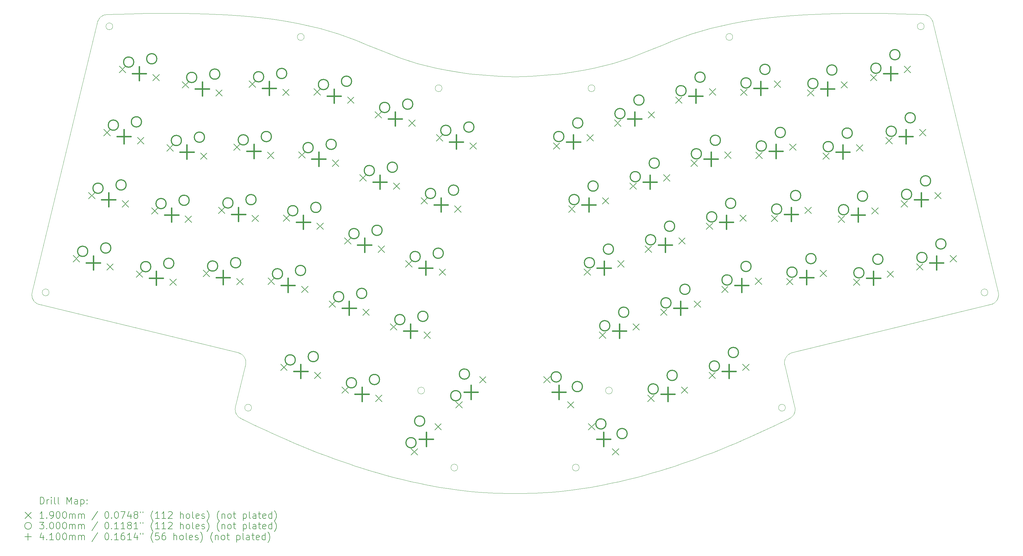
<source format=gbr>
%FSLAX45Y45*%
G04 Gerber Fmt 4.5, Leading zero omitted, Abs format (unit mm)*
G04 Created by KiCad (PCBNEW (6.0.0-0)) date 2022-01-06 19:14:08*
%MOMM*%
%LPD*%
G01*
G04 APERTURE LIST*
%TA.AperFunction,Profile*%
%ADD10C,0.100000*%
%TD*%
%ADD11C,0.200000*%
%ADD12C,0.190000*%
%ADD13C,0.300000*%
%ADD14C,0.410000*%
G04 APERTURE END LIST*
D10*
X26303802Y-13497852D02*
X26288802Y-13523852D01*
X17011802Y-5195852D02*
X17436802Y-5236852D01*
X17436802Y-5236852D02*
X17873802Y-5267852D01*
X14497802Y-4550852D02*
X14971802Y-4730852D01*
X13252802Y-16570852D02*
X13048802Y-16499852D01*
X11212802Y-15750852D02*
X11029802Y-15665852D01*
X26562802Y-15032852D02*
X26561802Y-15072852D01*
X10126802Y-15124852D02*
X10120802Y-15098852D01*
X11835802Y-16024852D02*
X11614802Y-15928852D01*
X11592802Y-3651852D02*
X11956802Y-3715852D01*
X25236802Y-15853852D02*
X25062802Y-15928852D01*
X22179802Y-4550852D02*
X22677802Y-4348852D01*
X10249802Y-13395852D02*
X10209802Y-13380852D01*
X18338802Y-17506252D02*
X18220802Y-17506852D01*
X4408802Y-11975852D02*
X4371802Y-11965852D01*
X6339802Y-3454852D02*
X7021802Y-3435852D01*
X7518802Y-3424852D02*
X7964802Y-3422852D01*
X23532802Y-4024852D02*
X24078802Y-3862852D01*
X12540802Y-16311852D02*
X12312802Y-16220852D01*
X4334802Y-11954852D02*
X4295802Y-11935852D01*
X22141802Y-16972852D02*
X21892802Y-17041852D01*
X6156802Y-3534852D02*
X6180802Y-3513852D01*
X26446802Y-15274852D02*
X26421802Y-15292852D01*
X32381802Y-11935852D02*
X32342802Y-11954852D01*
X16600802Y-17397852D02*
X16371802Y-17366852D01*
X17762802Y-17502852D02*
X17296802Y-17471852D01*
X21196802Y-14490852D02*
G75*
G03*
X21196802Y-14490852I-100000J0D01*
G01*
X10168802Y-15209852D02*
X10153802Y-15186852D01*
X10388802Y-13523852D02*
X10373802Y-13497852D01*
X11213802Y-3594852D02*
X11592802Y-3651852D01*
X12068802Y-16123852D02*
X11835802Y-16024852D01*
X10114802Y-15032852D02*
X10116802Y-15003852D01*
X32226802Y-11611852D02*
G75*
G03*
X32226802Y-11611852I-100000J0D01*
G01*
X6072802Y-3668852D02*
X6080802Y-3648852D01*
X6521802Y-3804852D02*
G75*
G03*
X6521802Y-3804852I-100000J0D01*
G01*
X12312802Y-16220852D02*
X12068802Y-16123852D01*
X26265802Y-13571852D02*
X26256802Y-13604852D01*
X26508802Y-15209852D02*
X26489802Y-15233852D01*
X15274802Y-17159852D02*
X15045802Y-17105852D01*
X13999802Y-4348852D02*
X14497802Y-4550852D01*
X10209802Y-13380852D02*
X4408802Y-11975852D01*
X10732802Y-15525852D02*
X10313802Y-15323852D01*
X20076802Y-17397852D02*
X19678802Y-17447852D01*
X10286802Y-15309852D02*
X10255802Y-15292852D01*
X21211802Y-4891852D02*
X21705802Y-4730852D01*
X6205802Y-3496852D02*
X6237802Y-3479852D01*
X10354802Y-13474852D02*
X10331802Y-13449852D01*
X28712802Y-3422852D02*
X29158802Y-3424852D01*
X26489802Y-15233852D02*
X26471802Y-15254852D01*
X10331802Y-13449852D02*
X10308802Y-13431852D01*
X30471802Y-3496852D02*
X30496802Y-3513852D01*
X16121802Y-17327852D02*
X15726802Y-17253852D01*
X10230802Y-15274852D02*
X10205802Y-15254852D01*
X13144802Y-4024852D02*
X13661802Y-4212852D01*
X14095802Y-16846852D02*
X13825802Y-16763852D01*
X4227802Y-11883852D02*
X4203802Y-11858852D01*
X30496802Y-3513852D02*
X30520802Y-3534852D01*
X18803802Y-5267852D02*
X19240802Y-5236852D01*
X10421802Y-13732852D02*
X10426802Y-13700852D01*
X24732802Y-4115852D02*
G75*
G03*
X24732802Y-4115852I-100000J0D01*
G01*
X32530802Y-11618852D02*
X32536802Y-11657852D01*
X26390802Y-15309852D02*
X26363802Y-15323852D01*
X10116802Y-15003852D02*
X10121802Y-14974852D01*
X16371802Y-17366852D02*
X16121802Y-17327852D01*
X19240802Y-5236852D02*
X19665802Y-5195852D01*
X26276802Y-13543852D02*
X26265802Y-13571852D01*
X13825802Y-16763852D02*
X13630802Y-16701852D01*
X20354802Y-5092852D02*
X20653802Y-5032852D01*
X26368802Y-13431852D02*
X26345802Y-13449852D01*
X15045802Y-17105852D02*
X14784802Y-17041852D01*
X6094802Y-3614852D02*
X6111802Y-3586852D01*
X32536802Y-11657852D02*
X32535802Y-11690852D01*
X16322802Y-5092852D02*
X16733802Y-5158852D01*
X20950802Y-17253852D02*
X20555802Y-17327852D01*
X24608802Y-16123852D02*
X24364802Y-16220852D01*
X19380802Y-17471852D02*
X18914802Y-17502852D01*
X30565802Y-3586852D02*
X30582802Y-3614852D01*
X25062802Y-15928852D02*
X24841802Y-16024852D01*
X6133802Y-3557852D02*
X6156802Y-3534852D01*
X30543802Y-3557852D02*
X30565802Y-3586852D01*
X10337802Y-3500852D02*
X10784802Y-3541852D01*
X4146802Y-11618852D02*
X4156802Y-11578852D01*
X14311802Y-16910852D02*
X14095802Y-16846852D01*
X30406802Y-3467852D02*
X30439802Y-3479852D01*
X17873802Y-5267852D02*
X18338802Y-5287852D01*
X4153802Y-11760852D02*
X4146802Y-11728852D01*
X26261802Y-13761852D02*
X26555802Y-14974852D01*
X30355802Y-3804852D02*
G75*
G03*
X30355802Y-3804852I-100000J0D01*
G01*
X7964802Y-3422852D02*
X8601802Y-3423852D01*
X22677802Y-4348852D02*
X23015802Y-4212852D01*
X7021802Y-3435852D02*
X7518802Y-3424852D01*
X32510802Y-11795852D02*
X32494802Y-11827852D01*
X23628802Y-16499852D02*
X23424802Y-16570852D01*
X26555802Y-14974852D02*
X26560802Y-15003852D01*
X30337802Y-3454852D02*
X30375802Y-3459852D01*
X23015802Y-4212852D02*
X23532802Y-4024852D01*
X22851802Y-16763852D02*
X22581802Y-16846852D01*
X6237802Y-3479852D02*
X6270802Y-3467852D01*
X26840802Y-3466852D02*
X27430802Y-3437852D01*
X26278801Y-14994852D02*
G75*
G03*
X26278801Y-14994852I-100000J0D01*
G01*
X4140802Y-11657852D02*
X4146802Y-11618852D01*
X20222802Y-16751852D02*
G75*
G03*
X20222802Y-16751852I-100000J0D01*
G01*
X10308802Y-13431852D02*
X10280802Y-13412852D01*
X32268802Y-11975852D02*
X26467802Y-13380852D01*
X22581802Y-16846852D02*
X22365802Y-16910852D01*
X6180802Y-3513852D02*
X6205802Y-3496852D01*
X24364802Y-16220852D02*
X24136802Y-16311852D01*
X16654802Y-16751852D02*
G75*
G03*
X16654802Y-16751852I-100000J0D01*
G01*
X15465802Y-4891852D02*
X16023802Y-5032852D01*
X10138802Y-15155852D02*
X10126802Y-15124852D01*
X20683802Y-5620852D02*
G75*
G03*
X20683802Y-5620852I-100000J0D01*
G01*
X30582802Y-3614852D02*
X30596802Y-3648852D01*
X13661802Y-4212852D02*
X13999802Y-4348852D01*
X4156802Y-11578852D02*
X6062802Y-3706852D01*
X32449802Y-11883852D02*
X32416802Y-11913852D01*
X10373802Y-13497852D02*
X10354802Y-13474852D01*
X10313802Y-15323852D02*
X10286802Y-15309852D01*
X21705802Y-4730852D02*
X22179802Y-4550852D01*
X10280802Y-13412852D02*
X10249802Y-13395852D01*
X15726802Y-17253852D02*
X15540802Y-17216852D01*
X10426802Y-13700852D02*
X10427802Y-13671852D01*
X25464802Y-15750852D02*
X25236802Y-15853852D01*
X25892802Y-3541852D02*
X26339802Y-3500852D01*
X10115802Y-15072852D02*
X10114802Y-15032852D01*
X12144801Y-4115852D02*
G75*
G03*
X12144801Y-4115852I-100000J0D01*
G01*
X10205802Y-15254852D02*
X10187802Y-15233852D01*
X32416802Y-11913852D02*
X32381802Y-11935852D01*
X26396802Y-13412852D02*
X26368802Y-13431852D01*
X26550802Y-15124852D02*
X26538802Y-15155852D01*
X6062802Y-3706852D02*
X6072802Y-3668852D01*
X19678802Y-17447852D02*
X19380802Y-17471852D01*
X11614802Y-15928852D02*
X11440802Y-15853852D01*
X26251802Y-13635852D02*
X26249802Y-13671852D01*
X12598802Y-3862852D02*
X13144802Y-4024852D01*
X26560802Y-15003852D02*
X26562802Y-15032852D01*
X26363802Y-15323852D02*
X25944802Y-15525852D01*
X11029802Y-15665852D02*
X10732802Y-15525852D01*
X32530802Y-11728852D02*
X32523802Y-11760852D01*
X30520802Y-3534852D02*
X30543802Y-3557852D01*
X10411802Y-13571852D02*
X10400802Y-13543852D01*
X13630802Y-16701852D02*
X13480802Y-16649852D01*
X26250802Y-13700852D02*
X26255802Y-13732852D01*
X10255802Y-15292852D02*
X10230802Y-15274852D01*
X14784802Y-17041852D02*
X14535802Y-16972852D01*
X32520802Y-11578852D02*
X32530802Y-11618852D01*
X18456802Y-17506852D02*
X18338802Y-17506252D01*
X10400802Y-13543852D02*
X10388802Y-13523852D01*
X20305802Y-17366852D02*
X20076802Y-17397852D01*
X26256802Y-13604852D02*
X26251802Y-13635852D01*
X24136802Y-16311852D02*
X23889802Y-16404852D01*
X4146802Y-11728852D02*
X4141802Y-11690852D01*
X8601802Y-3423852D02*
X9246802Y-3437852D01*
X26561802Y-15072852D02*
X26556802Y-15098852D01*
X10427802Y-13671852D02*
X10425802Y-13635852D01*
X23889802Y-16404852D02*
X23628802Y-16499852D01*
X9836802Y-3466852D02*
X10337802Y-3500852D01*
X17296802Y-17471852D02*
X16998802Y-17447852D01*
X32494802Y-11827852D02*
X32473802Y-11858852D01*
X23424802Y-16570852D02*
X23196802Y-16649852D01*
X11440802Y-15853852D02*
X11212802Y-15750852D01*
X21892802Y-17041852D02*
X21631802Y-17105852D01*
X26345802Y-13449852D02*
X26322802Y-13474852D01*
X10121802Y-14974852D02*
X10415802Y-13761852D01*
X26471802Y-15254852D02*
X26446802Y-15274852D01*
X4203802Y-11858852D02*
X4182802Y-11827852D01*
X10153802Y-15186852D02*
X10138802Y-15155852D01*
X20653802Y-5032852D02*
X21211802Y-4891852D01*
X6080802Y-3648852D02*
X6094802Y-3614852D01*
X21631802Y-17105852D02*
X21402802Y-17159852D01*
X10784802Y-3541852D02*
X11213802Y-3594852D01*
X16733802Y-5158852D02*
X17011802Y-5195852D01*
X12787802Y-16404852D02*
X12540802Y-16311852D01*
X25084802Y-3651852D02*
X25463802Y-3594852D01*
X6111802Y-3586852D02*
X6133802Y-3557852D01*
X26467802Y-13380852D02*
X26427802Y-13395852D01*
X11956802Y-3715852D02*
X12598802Y-3862852D01*
X20555802Y-17327852D02*
X20305802Y-17366852D01*
X26288802Y-13523852D02*
X26276802Y-13543852D01*
X30604802Y-3668852D02*
X30614802Y-3706852D01*
X29158802Y-3424852D02*
X29655802Y-3435852D01*
X4182802Y-11827852D02*
X4166802Y-11795852D01*
X26322802Y-13474852D02*
X26303802Y-13497852D01*
X4260802Y-11913852D02*
X4227802Y-11883852D01*
X13480802Y-16649852D02*
X13252802Y-16570852D01*
X9246802Y-3437852D02*
X9836802Y-3466852D01*
X25944802Y-15525852D02*
X25647802Y-15665852D01*
X27430802Y-3437852D02*
X28075802Y-3423852D01*
X4295802Y-11935852D02*
X4260802Y-11913852D01*
X28075802Y-3423852D02*
X28712802Y-3422852D01*
X26538802Y-15155852D02*
X26523802Y-15186852D01*
X30596802Y-3648852D02*
X30604802Y-3668852D01*
X26249802Y-13671852D02*
X26250802Y-13700852D01*
X4166802Y-11795852D02*
X4153802Y-11760852D01*
X29655802Y-3435852D02*
X30337802Y-3454852D01*
X24720802Y-3715852D02*
X25084802Y-3651852D01*
X4141802Y-11690852D02*
X4140802Y-11657852D01*
X32473802Y-11858852D02*
X32449802Y-11883852D01*
X14535802Y-16972852D02*
X14311802Y-16910852D01*
X18914802Y-17502852D02*
X18456802Y-17506852D01*
X4371802Y-11965852D02*
X4334802Y-11954852D01*
X24078802Y-3862852D02*
X24720802Y-3715852D01*
X32305802Y-11965852D02*
X32268802Y-11975852D01*
X21402802Y-17159852D02*
X21136802Y-17216852D01*
X32523802Y-11760852D02*
X32510802Y-11795852D01*
X10598802Y-14993852D02*
G75*
G03*
X10598802Y-14993852I-100000J0D01*
G01*
X26556802Y-15098852D02*
X26550802Y-15124852D01*
X16193802Y-5620852D02*
G75*
G03*
X16193802Y-5620852I-100000J0D01*
G01*
X15540802Y-17216852D02*
X15274802Y-17159852D01*
X18338802Y-5287852D02*
X18803802Y-5267852D01*
X10420802Y-13604852D02*
X10411802Y-13571852D01*
X25647802Y-15665852D02*
X25464802Y-15750852D01*
X26339802Y-3500852D02*
X26840802Y-3466852D01*
X10415802Y-13761852D02*
X10421802Y-13732852D01*
X30439802Y-3479852D02*
X30471802Y-3496852D01*
X19665802Y-5195852D02*
X19943802Y-5158852D01*
X4650802Y-11611852D02*
G75*
G03*
X4650802Y-11611852I-100000J0D01*
G01*
X30614802Y-3706852D02*
X32520802Y-11578852D01*
X19943802Y-5158852D02*
X20354802Y-5092852D01*
X24841802Y-16024852D02*
X24608802Y-16123852D01*
X23046802Y-16701852D02*
X22851802Y-16763852D01*
X18220802Y-17506852D02*
X17762802Y-17502852D01*
X25463802Y-3594852D02*
X25892802Y-3541852D01*
X32342802Y-11954852D02*
X32305802Y-11965852D01*
X16998802Y-17447852D02*
X16600802Y-17397852D01*
X10187802Y-15233852D02*
X10168802Y-15209852D01*
X10425802Y-13635852D02*
X10420802Y-13604852D01*
X21136802Y-17216852D02*
X20950802Y-17253852D01*
X16023802Y-5032852D02*
X16322802Y-5092852D01*
X15680802Y-14491852D02*
G75*
G03*
X15680802Y-14491852I-100000J0D01*
G01*
X30375802Y-3459852D02*
X30406802Y-3467852D01*
X10120802Y-15098852D02*
X10115802Y-15072852D01*
X23196802Y-16649852D02*
X23046802Y-16701852D01*
X13048802Y-16499852D02*
X12787802Y-16404852D01*
X26421802Y-15292852D02*
X26390802Y-15309852D01*
X26427802Y-13395852D02*
X26396802Y-13412852D01*
X6301802Y-3459852D02*
X6339802Y-3454852D01*
X26523802Y-15186852D02*
X26508802Y-15209852D01*
X26255802Y-13732852D02*
X26261802Y-13761852D01*
X22365802Y-16910852D02*
X22141802Y-16972852D01*
X6270802Y-3467852D02*
X6301802Y-3459852D01*
X14971802Y-4730852D02*
X15465802Y-4891852D01*
X32535802Y-11690852D02*
X32530802Y-11728852D01*
D11*
D12*
X5360729Y-10527675D02*
X5550729Y-10717675D01*
X5550729Y-10527675D02*
X5360729Y-10717675D01*
X5810937Y-8676638D02*
X6000937Y-8866638D01*
X6000937Y-8676638D02*
X5810937Y-8866638D01*
X6261144Y-6825601D02*
X6451144Y-7015601D01*
X6451144Y-6825601D02*
X6261144Y-7015601D01*
X6347949Y-10767785D02*
X6537949Y-10957785D01*
X6537949Y-10767785D02*
X6347949Y-10957785D01*
X6711352Y-4974564D02*
X6901352Y-5164564D01*
X6901352Y-4974564D02*
X6711352Y-5164564D01*
X6798156Y-8916748D02*
X6988156Y-9106748D01*
X6988156Y-8916748D02*
X6798156Y-9106748D01*
X7211766Y-10977882D02*
X7401766Y-11167882D01*
X7401766Y-10977882D02*
X7211766Y-11167882D01*
X7248364Y-7065711D02*
X7438364Y-7255711D01*
X7438364Y-7065711D02*
X7248364Y-7255711D01*
X7661974Y-9126845D02*
X7851974Y-9316845D01*
X7851974Y-9126845D02*
X7661974Y-9316845D01*
X7698571Y-5214674D02*
X7888571Y-5404674D01*
X7888571Y-5214674D02*
X7698571Y-5404674D01*
X8112181Y-7275808D02*
X8302181Y-7465808D01*
X8302181Y-7275808D02*
X8112181Y-7465808D01*
X8198986Y-11217993D02*
X8388986Y-11407993D01*
X8388986Y-11217993D02*
X8198986Y-11407993D01*
X8562389Y-5424771D02*
X8752389Y-5614771D01*
X8752389Y-5424771D02*
X8562389Y-5614771D01*
X8649194Y-9366956D02*
X8839194Y-9556956D01*
X8839194Y-9366956D02*
X8649194Y-9556956D01*
X9099401Y-7515919D02*
X9289401Y-7705919D01*
X9289401Y-7515919D02*
X9099401Y-7705919D01*
X9176856Y-10959160D02*
X9366856Y-11149160D01*
X9366856Y-10959160D02*
X9176856Y-11149160D01*
X9549609Y-5664882D02*
X9739609Y-5854882D01*
X9739609Y-5664882D02*
X9549609Y-5854882D01*
X9627063Y-9108123D02*
X9817063Y-9298123D01*
X9817063Y-9108123D02*
X9627063Y-9298123D01*
X10077271Y-7257086D02*
X10267271Y-7447086D01*
X10267271Y-7257086D02*
X10077271Y-7447086D01*
X10164076Y-11199271D02*
X10354076Y-11389271D01*
X10354076Y-11199271D02*
X10164076Y-11389271D01*
X10527479Y-5406049D02*
X10717479Y-5596049D01*
X10717479Y-5406049D02*
X10527479Y-5596049D01*
X10614283Y-9348234D02*
X10804283Y-9538234D01*
X10804283Y-9348234D02*
X10614283Y-9538234D01*
X11064491Y-7497197D02*
X11254491Y-7687197D01*
X11254491Y-7497197D02*
X11064491Y-7687197D01*
X11081918Y-11187244D02*
X11271918Y-11377244D01*
X11271918Y-11187244D02*
X11081918Y-11377244D01*
X11456371Y-13713730D02*
X11646371Y-13903730D01*
X11646371Y-13713730D02*
X11456371Y-13903730D01*
X11514698Y-5646160D02*
X11704698Y-5836160D01*
X11704698Y-5646160D02*
X11514698Y-5836160D01*
X11532125Y-9336206D02*
X11722125Y-9526206D01*
X11722125Y-9336206D02*
X11532125Y-9526206D01*
X11982333Y-7485169D02*
X12172333Y-7675169D01*
X12172333Y-7485169D02*
X11982333Y-7675169D01*
X12069137Y-11427354D02*
X12259137Y-11617354D01*
X12259137Y-11427354D02*
X12069137Y-11617354D01*
X12432541Y-5634132D02*
X12622541Y-5824132D01*
X12622541Y-5634132D02*
X12432541Y-5824132D01*
X12443591Y-13953840D02*
X12633591Y-14143840D01*
X12633591Y-13953840D02*
X12443591Y-14143840D01*
X12519345Y-9576317D02*
X12709345Y-9766317D01*
X12709345Y-9576317D02*
X12519345Y-9766317D01*
X12878930Y-11859576D02*
X13068930Y-12049576D01*
X13068930Y-11859576D02*
X12878930Y-12049576D01*
X12969552Y-7725280D02*
X13159552Y-7915280D01*
X13159552Y-7725280D02*
X12969552Y-7915280D01*
X13253383Y-14386062D02*
X13443383Y-14576062D01*
X13443383Y-14386062D02*
X13253383Y-14576062D01*
X13329138Y-10008538D02*
X13519138Y-10198538D01*
X13519138Y-10008538D02*
X13329138Y-10198538D01*
X13419760Y-5874243D02*
X13609760Y-6064243D01*
X13609760Y-5874243D02*
X13419760Y-6064243D01*
X13779345Y-8157501D02*
X13969345Y-8347501D01*
X13969345Y-8157501D02*
X13779345Y-8347501D01*
X13866150Y-12099686D02*
X14056150Y-12289686D01*
X14056150Y-12099686D02*
X13866150Y-12289686D01*
X14229552Y-6306464D02*
X14419552Y-6496464D01*
X14419552Y-6306464D02*
X14229552Y-6496464D01*
X14240603Y-14626172D02*
X14430603Y-14816172D01*
X14430603Y-14626172D02*
X14240603Y-14816172D01*
X14316357Y-10248649D02*
X14506357Y-10438649D01*
X14506357Y-10248649D02*
X14316357Y-10438649D01*
X14675942Y-12531907D02*
X14865942Y-12721907D01*
X14865942Y-12531907D02*
X14675942Y-12721907D01*
X14766565Y-8397612D02*
X14956565Y-8587612D01*
X14956565Y-8397612D02*
X14766565Y-8587612D01*
X15126150Y-10680871D02*
X15316150Y-10870871D01*
X15316150Y-10680871D02*
X15126150Y-10870871D01*
X15216772Y-6546575D02*
X15406772Y-6736575D01*
X15406772Y-6546575D02*
X15216772Y-6736575D01*
X15284349Y-16194326D02*
X15474349Y-16384326D01*
X15474349Y-16194326D02*
X15284349Y-16384326D01*
X15576357Y-8829833D02*
X15766357Y-9019833D01*
X15766357Y-8829833D02*
X15576357Y-9019833D01*
X15663162Y-12772018D02*
X15853162Y-12962018D01*
X15853162Y-12772018D02*
X15663162Y-12962018D01*
X15985003Y-15458567D02*
X16175003Y-15648567D01*
X16175003Y-15458567D02*
X15985003Y-15648567D01*
X16026565Y-6978796D02*
X16216565Y-7168796D01*
X16216565Y-6978796D02*
X16026565Y-7168796D01*
X16113370Y-10920981D02*
X16303370Y-11110981D01*
X16303370Y-10920981D02*
X16113370Y-11110981D01*
X16563577Y-9069944D02*
X16753577Y-9259944D01*
X16753577Y-9069944D02*
X16563577Y-9259944D01*
X16598075Y-14814778D02*
X16788075Y-15004778D01*
X16788075Y-14814778D02*
X16598075Y-15004778D01*
X17013784Y-7218907D02*
X17203784Y-7408907D01*
X17203784Y-7218907D02*
X17013784Y-7408907D01*
X17298728Y-14079020D02*
X17488728Y-14269020D01*
X17488728Y-14079020D02*
X17298728Y-14269020D01*
X19179748Y-14079020D02*
X19369748Y-14269020D01*
X19369748Y-14079020D02*
X19179748Y-14269020D01*
X19464692Y-7218907D02*
X19654692Y-7408907D01*
X19654692Y-7218907D02*
X19464692Y-7408907D01*
X19880401Y-14814778D02*
X20070401Y-15004778D01*
X20070401Y-14814778D02*
X19880401Y-15004778D01*
X19914899Y-9069944D02*
X20104899Y-9259944D01*
X20104899Y-9069944D02*
X19914899Y-9259944D01*
X20365107Y-10920981D02*
X20555107Y-11110981D01*
X20555107Y-10920981D02*
X20365107Y-11110981D01*
X20451912Y-6978796D02*
X20641912Y-7168796D01*
X20641912Y-6978796D02*
X20451912Y-7168796D01*
X20493473Y-15458567D02*
X20683473Y-15648567D01*
X20683473Y-15458567D02*
X20493473Y-15648567D01*
X20815314Y-12772018D02*
X21005314Y-12962018D01*
X21005314Y-12772018D02*
X20815314Y-12962018D01*
X20902119Y-8829833D02*
X21092119Y-9019833D01*
X21092119Y-8829833D02*
X20902119Y-9019833D01*
X21194127Y-16194326D02*
X21384127Y-16384326D01*
X21384127Y-16194326D02*
X21194127Y-16384326D01*
X21261704Y-6546575D02*
X21451704Y-6736575D01*
X21451704Y-6546575D02*
X21261704Y-6736575D01*
X21352327Y-10680870D02*
X21542327Y-10870870D01*
X21542327Y-10680870D02*
X21352327Y-10870870D01*
X21711912Y-8397612D02*
X21901912Y-8587612D01*
X21901912Y-8397612D02*
X21711912Y-8587612D01*
X21802534Y-12531907D02*
X21992534Y-12721907D01*
X21992534Y-12531907D02*
X21802534Y-12721907D01*
X22162119Y-10248649D02*
X22352119Y-10438649D01*
X22352119Y-10248649D02*
X22162119Y-10438649D01*
X22237873Y-14626173D02*
X22427873Y-14816173D01*
X22427873Y-14626173D02*
X22237873Y-14816173D01*
X22248924Y-6306464D02*
X22438924Y-6496464D01*
X22438924Y-6306464D02*
X22248924Y-6496464D01*
X22612326Y-12099686D02*
X22802326Y-12289686D01*
X22802326Y-12099686D02*
X22612326Y-12289686D01*
X22699131Y-8157501D02*
X22889131Y-8347501D01*
X22889131Y-8157501D02*
X22699131Y-8347501D01*
X23056092Y-5874881D02*
X23246092Y-6064881D01*
X23246092Y-5874881D02*
X23056092Y-6064881D01*
X23149339Y-10008539D02*
X23339339Y-10198539D01*
X23339339Y-10008539D02*
X23149339Y-10198539D01*
X23225093Y-14386062D02*
X23415093Y-14576062D01*
X23415093Y-14386062D02*
X23225093Y-14576062D01*
X23506300Y-7725918D02*
X23696300Y-7915918D01*
X23696300Y-7725918D02*
X23506300Y-7915918D01*
X23599546Y-11859576D02*
X23789546Y-12049576D01*
X23789546Y-11859576D02*
X23599546Y-12049576D01*
X23956507Y-9576955D02*
X24146507Y-9766955D01*
X24146507Y-9576955D02*
X23956507Y-9766955D01*
X24034885Y-13953841D02*
X24224885Y-14143841D01*
X24224885Y-13953841D02*
X24034885Y-14143841D01*
X24043312Y-5634770D02*
X24233312Y-5824770D01*
X24233312Y-5634770D02*
X24043312Y-5824770D01*
X24406715Y-11427992D02*
X24596715Y-11617992D01*
X24596715Y-11427992D02*
X24406715Y-11617992D01*
X24493520Y-7485808D02*
X24683520Y-7675808D01*
X24683520Y-7485808D02*
X24493520Y-7675808D01*
X24943727Y-9336845D02*
X25133727Y-9526845D01*
X25133727Y-9336845D02*
X24943727Y-9526845D01*
X24963778Y-5646160D02*
X25153778Y-5836160D01*
X25153778Y-5646160D02*
X24963778Y-5836160D01*
X25022105Y-13713730D02*
X25212105Y-13903730D01*
X25212105Y-13713730D02*
X25022105Y-13903730D01*
X25393935Y-11187882D02*
X25583935Y-11377882D01*
X25583935Y-11187882D02*
X25393935Y-11377882D01*
X25413985Y-7497197D02*
X25603985Y-7687197D01*
X25603985Y-7497197D02*
X25413985Y-7687197D01*
X25864193Y-9348234D02*
X26054193Y-9538234D01*
X26054193Y-9348234D02*
X25864193Y-9538234D01*
X25950998Y-5406049D02*
X26140998Y-5596049D01*
X26140998Y-5406049D02*
X25950998Y-5596049D01*
X26314400Y-11199271D02*
X26504400Y-11389271D01*
X26504400Y-11199271D02*
X26314400Y-11389271D01*
X26401205Y-7257086D02*
X26591205Y-7447086D01*
X26591205Y-7257086D02*
X26401205Y-7447086D01*
X26851413Y-9108123D02*
X27041413Y-9298123D01*
X27041413Y-9108123D02*
X26851413Y-9298123D01*
X26928868Y-5664881D02*
X27118868Y-5854881D01*
X27118868Y-5664881D02*
X26928868Y-5854881D01*
X27301620Y-10959161D02*
X27491620Y-11149161D01*
X27491620Y-10959161D02*
X27301620Y-11149161D01*
X27379075Y-7515919D02*
X27569075Y-7705919D01*
X27569075Y-7515919D02*
X27379075Y-7705919D01*
X27829283Y-9366956D02*
X28019283Y-9556956D01*
X28019283Y-9366956D02*
X27829283Y-9556956D01*
X27916087Y-5424771D02*
X28106087Y-5614771D01*
X28106087Y-5424771D02*
X27916087Y-5614771D01*
X28279490Y-11217993D02*
X28469490Y-11407993D01*
X28469490Y-11217993D02*
X28279490Y-11407993D01*
X28366295Y-7275808D02*
X28556295Y-7465808D01*
X28556295Y-7275808D02*
X28366295Y-7465808D01*
X28779904Y-5214674D02*
X28969904Y-5404674D01*
X28969904Y-5214674D02*
X28779904Y-5404674D01*
X28816502Y-9126845D02*
X29006502Y-9316845D01*
X29006502Y-9126845D02*
X28816502Y-9316845D01*
X29230112Y-7065711D02*
X29420112Y-7255711D01*
X29420112Y-7065711D02*
X29230112Y-7255711D01*
X29266710Y-10977882D02*
X29456710Y-11167882D01*
X29456710Y-10977882D02*
X29266710Y-11167882D01*
X29680320Y-8916748D02*
X29870320Y-9106748D01*
X29870320Y-8916748D02*
X29680320Y-9106748D01*
X29767124Y-4974564D02*
X29957124Y-5164564D01*
X29957124Y-4974564D02*
X29767124Y-5164564D01*
X30130527Y-10767785D02*
X30320527Y-10957785D01*
X30320527Y-10767785D02*
X30130527Y-10957785D01*
X30217332Y-6825601D02*
X30407332Y-7015601D01*
X30407332Y-6825601D02*
X30217332Y-7015601D01*
X30667539Y-8676637D02*
X30857539Y-8866637D01*
X30857539Y-8676637D02*
X30667539Y-8866637D01*
X31117747Y-10527675D02*
X31307747Y-10717675D01*
X31307747Y-10527675D02*
X31117747Y-10717675D01*
D13*
X5789159Y-10405884D02*
G75*
G03*
X5789159Y-10405884I-150000J0D01*
G01*
X6239367Y-8554847D02*
G75*
G03*
X6239367Y-8554847I-150000J0D01*
G01*
X6466199Y-10309148D02*
G75*
G03*
X6466199Y-10309148I-150000J0D01*
G01*
X6689574Y-6703810D02*
G75*
G03*
X6689574Y-6703810I-150000J0D01*
G01*
X6916407Y-8458111D02*
G75*
G03*
X6916407Y-8458111I-150000J0D01*
G01*
X7139782Y-4852773D02*
G75*
G03*
X7139782Y-4852773I-150000J0D01*
G01*
X7366614Y-6607074D02*
G75*
G03*
X7366614Y-6607074I-150000J0D01*
G01*
X7640196Y-10856091D02*
G75*
G03*
X7640196Y-10856091I-150000J0D01*
G01*
X7816822Y-4756037D02*
G75*
G03*
X7816822Y-4756037I-150000J0D01*
G01*
X8090404Y-9005054D02*
G75*
G03*
X8090404Y-9005054I-150000J0D01*
G01*
X8317236Y-10759355D02*
G75*
G03*
X8317236Y-10759355I-150000J0D01*
G01*
X8540611Y-7154017D02*
G75*
G03*
X8540611Y-7154017I-150000J0D01*
G01*
X8767444Y-8908318D02*
G75*
G03*
X8767444Y-8908318I-150000J0D01*
G01*
X8990819Y-5302980D02*
G75*
G03*
X8990819Y-5302980I-150000J0D01*
G01*
X9217651Y-7057281D02*
G75*
G03*
X9217651Y-7057281I-150000J0D01*
G01*
X9605286Y-10837369D02*
G75*
G03*
X9605286Y-10837369I-150000J0D01*
G01*
X9667859Y-5206244D02*
G75*
G03*
X9667859Y-5206244I-150000J0D01*
G01*
X10055494Y-8986332D02*
G75*
G03*
X10055494Y-8986332I-150000J0D01*
G01*
X10282326Y-10740633D02*
G75*
G03*
X10282326Y-10740633I-150000J0D01*
G01*
X10505701Y-7135295D02*
G75*
G03*
X10505701Y-7135295I-150000J0D01*
G01*
X10732534Y-8889597D02*
G75*
G03*
X10732534Y-8889597I-150000J0D01*
G01*
X10955909Y-5284258D02*
G75*
G03*
X10955909Y-5284258I-150000J0D01*
G01*
X11182741Y-7038560D02*
G75*
G03*
X11182741Y-7038560I-150000J0D01*
G01*
X11510348Y-11065453D02*
G75*
G03*
X11510348Y-11065453I-150000J0D01*
G01*
X11632949Y-5187522D02*
G75*
G03*
X11632949Y-5187522I-150000J0D01*
G01*
X11884802Y-13591939D02*
G75*
G03*
X11884802Y-13591939I-150000J0D01*
G01*
X11960556Y-9214415D02*
G75*
G03*
X11960556Y-9214415I-150000J0D01*
G01*
X12187388Y-10968717D02*
G75*
G03*
X12187388Y-10968717I-150000J0D01*
G01*
X12410763Y-7363378D02*
G75*
G03*
X12410763Y-7363378I-150000J0D01*
G01*
X12561842Y-13495203D02*
G75*
G03*
X12561842Y-13495203I-150000J0D01*
G01*
X12637596Y-9117679D02*
G75*
G03*
X12637596Y-9117679I-150000J0D01*
G01*
X12860971Y-5512341D02*
G75*
G03*
X12860971Y-5512341I-150000J0D01*
G01*
X13087803Y-7266643D02*
G75*
G03*
X13087803Y-7266643I-150000J0D01*
G01*
X13307360Y-11737784D02*
G75*
G03*
X13307360Y-11737784I-150000J0D01*
G01*
X13538011Y-5415606D02*
G75*
G03*
X13538011Y-5415606I-150000J0D01*
G01*
X13681813Y-14264271D02*
G75*
G03*
X13681813Y-14264271I-150000J0D01*
G01*
X13757568Y-9886747D02*
G75*
G03*
X13757568Y-9886747I-150000J0D01*
G01*
X13984400Y-11641049D02*
G75*
G03*
X13984400Y-11641049I-150000J0D01*
G01*
X14207775Y-8035710D02*
G75*
G03*
X14207775Y-8035710I-150000J0D01*
G01*
X14358853Y-14167535D02*
G75*
G03*
X14358853Y-14167535I-150000J0D01*
G01*
X14434608Y-9790011D02*
G75*
G03*
X14434608Y-9790011I-150000J0D01*
G01*
X14657983Y-6184673D02*
G75*
G03*
X14657983Y-6184673I-150000J0D01*
G01*
X14884815Y-7938975D02*
G75*
G03*
X14884815Y-7938975I-150000J0D01*
G01*
X15104372Y-12410116D02*
G75*
G03*
X15104372Y-12410116I-150000J0D01*
G01*
X15335023Y-6087937D02*
G75*
G03*
X15335023Y-6087937I-150000J0D01*
G01*
X15432991Y-16022192D02*
G75*
G03*
X15432991Y-16022192I-150000J0D01*
G01*
X15554580Y-10559079D02*
G75*
G03*
X15554580Y-10559079I-150000J0D01*
G01*
X15686960Y-15387180D02*
G75*
G03*
X15686960Y-15387180I-150000J0D01*
G01*
X15781412Y-12313380D02*
G75*
G03*
X15781412Y-12313380I-150000J0D01*
G01*
X16004787Y-8708042D02*
G75*
G03*
X16004787Y-8708042I-150000J0D01*
G01*
X16231620Y-10462344D02*
G75*
G03*
X16231620Y-10462344I-150000J0D01*
G01*
X16454995Y-6857005D02*
G75*
G03*
X16454995Y-6857005I-150000J0D01*
G01*
X16681827Y-8611307D02*
G75*
G03*
X16681827Y-8611307I-150000J0D01*
G01*
X16746717Y-14642645D02*
G75*
G03*
X16746717Y-14642645I-150000J0D01*
G01*
X17000686Y-14007633D02*
G75*
G03*
X17000686Y-14007633I-150000J0D01*
G01*
X17132035Y-6760269D02*
G75*
G03*
X17132035Y-6760269I-150000J0D01*
G01*
X19696269Y-14090826D02*
G75*
G03*
X19696269Y-14090826I-150000J0D01*
G01*
X19773067Y-7037088D02*
G75*
G03*
X19773067Y-7037088I-150000J0D01*
G01*
X20223274Y-8888125D02*
G75*
G03*
X20223274Y-8888125I-150000J0D01*
G01*
X20318117Y-14375512D02*
G75*
G03*
X20318117Y-14375512I-150000J0D01*
G01*
X20330051Y-6640214D02*
G75*
G03*
X20330051Y-6640214I-150000J0D01*
G01*
X20673482Y-10739162D02*
G75*
G03*
X20673482Y-10739162I-150000J0D01*
G01*
X20780259Y-8491251D02*
G75*
G03*
X20780259Y-8491251I-150000J0D01*
G01*
X21009994Y-15470374D02*
G75*
G03*
X21009994Y-15470374I-150000J0D01*
G01*
X21123689Y-12590199D02*
G75*
G03*
X21123689Y-12590199I-150000J0D01*
G01*
X21230466Y-10342288D02*
G75*
G03*
X21230466Y-10342288I-150000J0D01*
G01*
X21570079Y-6364756D02*
G75*
G03*
X21570079Y-6364756I-150000J0D01*
G01*
X21631843Y-15755059D02*
G75*
G03*
X21631843Y-15755059I-150000J0D01*
G01*
X21680674Y-12193325D02*
G75*
G03*
X21680674Y-12193325I-150000J0D01*
G01*
X22020286Y-8215793D02*
G75*
G03*
X22020286Y-8215793I-150000J0D01*
G01*
X22127063Y-5967882D02*
G75*
G03*
X22127063Y-5967882I-150000J0D01*
G01*
X22470494Y-10066830D02*
G75*
G03*
X22470494Y-10066830I-150000J0D01*
G01*
X22546248Y-14444354D02*
G75*
G03*
X22546248Y-14444354I-150000J0D01*
G01*
X22577271Y-7818919D02*
G75*
G03*
X22577271Y-7818919I-150000J0D01*
G01*
X22920701Y-11917867D02*
G75*
G03*
X22920701Y-11917867I-150000J0D01*
G01*
X23027478Y-9669956D02*
G75*
G03*
X23027478Y-9669956I-150000J0D01*
G01*
X23103232Y-14047480D02*
G75*
G03*
X23103232Y-14047480I-150000J0D01*
G01*
X23364467Y-5693062D02*
G75*
G03*
X23364467Y-5693062I-150000J0D01*
G01*
X23477686Y-11520993D02*
G75*
G03*
X23477686Y-11520993I-150000J0D01*
G01*
X23814675Y-7544099D02*
G75*
G03*
X23814675Y-7544099I-150000J0D01*
G01*
X23921452Y-5296188D02*
G75*
G03*
X23921452Y-5296188I-150000J0D01*
G01*
X24264882Y-9395137D02*
G75*
G03*
X24264882Y-9395137I-150000J0D01*
G01*
X24343260Y-13772022D02*
G75*
G03*
X24343260Y-13772022I-150000J0D01*
G01*
X24371660Y-7147225D02*
G75*
G03*
X24371660Y-7147225I-150000J0D01*
G01*
X24715090Y-11246174D02*
G75*
G03*
X24715090Y-11246174I-150000J0D01*
G01*
X24821867Y-8998262D02*
G75*
G03*
X24821867Y-8998262I-150000J0D01*
G01*
X24900244Y-13375148D02*
G75*
G03*
X24900244Y-13375148I-150000J0D01*
G01*
X25272075Y-10849299D02*
G75*
G03*
X25272075Y-10849299I-150000J0D01*
G01*
X25272153Y-5464341D02*
G75*
G03*
X25272153Y-5464341I-150000J0D01*
G01*
X25722360Y-7315378D02*
G75*
G03*
X25722360Y-7315378I-150000J0D01*
G01*
X25829137Y-5067467D02*
G75*
G03*
X25829137Y-5067467I-150000J0D01*
G01*
X26172568Y-9166415D02*
G75*
G03*
X26172568Y-9166415I-150000J0D01*
G01*
X26279345Y-6918504D02*
G75*
G03*
X26279345Y-6918504I-150000J0D01*
G01*
X26622775Y-11017452D02*
G75*
G03*
X26622775Y-11017452I-150000J0D01*
G01*
X26729553Y-8769541D02*
G75*
G03*
X26729553Y-8769541I-150000J0D01*
G01*
X27179760Y-10620578D02*
G75*
G03*
X27179760Y-10620578I-150000J0D01*
G01*
X27237242Y-5483063D02*
G75*
G03*
X27237242Y-5483063I-150000J0D01*
G01*
X27687450Y-7334100D02*
G75*
G03*
X27687450Y-7334100I-150000J0D01*
G01*
X27794227Y-5086189D02*
G75*
G03*
X27794227Y-5086189I-150000J0D01*
G01*
X28137657Y-9185137D02*
G75*
G03*
X28137657Y-9185137I-150000J0D01*
G01*
X28244435Y-6937226D02*
G75*
G03*
X28244435Y-6937226I-150000J0D01*
G01*
X28587865Y-11036174D02*
G75*
G03*
X28587865Y-11036174I-150000J0D01*
G01*
X28694642Y-8788263D02*
G75*
G03*
X28694642Y-8788263I-150000J0D01*
G01*
X29088279Y-5032856D02*
G75*
G03*
X29088279Y-5032856I-150000J0D01*
G01*
X29144850Y-10639300D02*
G75*
G03*
X29144850Y-10639300I-150000J0D01*
G01*
X29538487Y-6883893D02*
G75*
G03*
X29538487Y-6883893I-150000J0D01*
G01*
X29645264Y-4635981D02*
G75*
G03*
X29645264Y-4635981I-150000J0D01*
G01*
X29988694Y-8734929D02*
G75*
G03*
X29988694Y-8734929I-150000J0D01*
G01*
X30095472Y-6487018D02*
G75*
G03*
X30095472Y-6487018I-150000J0D01*
G01*
X30438902Y-10585967D02*
G75*
G03*
X30438902Y-10585967I-150000J0D01*
G01*
X30545679Y-8338055D02*
G75*
G03*
X30545679Y-8338055I-150000J0D01*
G01*
X30995886Y-10189092D02*
G75*
G03*
X30995886Y-10189092I-150000J0D01*
G01*
D14*
X5949339Y-10537730D02*
X5949339Y-10947730D01*
X5744339Y-10742730D02*
X6154339Y-10742730D01*
X6399546Y-8686693D02*
X6399546Y-9096693D01*
X6194546Y-8891693D02*
X6604546Y-8891693D01*
X6849754Y-6835656D02*
X6849754Y-7245656D01*
X6644754Y-7040656D02*
X7054754Y-7040656D01*
X7299961Y-4984619D02*
X7299961Y-5394619D01*
X7094961Y-5189619D02*
X7504961Y-5189619D01*
X7800376Y-10987938D02*
X7800376Y-11397937D01*
X7595376Y-11192937D02*
X8005376Y-11192937D01*
X8250584Y-9136900D02*
X8250584Y-9546900D01*
X8045584Y-9341900D02*
X8455584Y-9341900D01*
X8700791Y-7285863D02*
X8700791Y-7695863D01*
X8495791Y-7490863D02*
X8905791Y-7490863D01*
X9150999Y-5434827D02*
X9150999Y-5844826D01*
X8945999Y-5639826D02*
X9355999Y-5639826D01*
X9765466Y-10969215D02*
X9765466Y-11379215D01*
X9560466Y-11174215D02*
X9970466Y-11174215D01*
X10215673Y-9118179D02*
X10215673Y-9528179D01*
X10010673Y-9323179D02*
X10420673Y-9323179D01*
X10665881Y-7267142D02*
X10665881Y-7677142D01*
X10460881Y-7472142D02*
X10870881Y-7472142D01*
X11116088Y-5416105D02*
X11116088Y-5826105D01*
X10911088Y-5621105D02*
X11321088Y-5621105D01*
X11670528Y-11197299D02*
X11670528Y-11607299D01*
X11465528Y-11402299D02*
X11875528Y-11402299D01*
X12044981Y-13723785D02*
X12044981Y-14133785D01*
X11839981Y-13928785D02*
X12249981Y-13928785D01*
X12120735Y-9346261D02*
X12120735Y-9756261D01*
X11915735Y-9551261D02*
X12325735Y-9551261D01*
X12570942Y-7495225D02*
X12570942Y-7905225D01*
X12365942Y-7700225D02*
X12775942Y-7700225D01*
X13021151Y-5644188D02*
X13021151Y-6054188D01*
X12816151Y-5849188D02*
X13226151Y-5849188D01*
X13467540Y-11869631D02*
X13467540Y-12279631D01*
X13262540Y-12074631D02*
X13672540Y-12074631D01*
X13841993Y-14396117D02*
X13841993Y-14806117D01*
X13636993Y-14601117D02*
X14046993Y-14601117D01*
X13917747Y-10018594D02*
X13917747Y-10428594D01*
X13712747Y-10223594D02*
X14122747Y-10223594D01*
X14367955Y-8167557D02*
X14367955Y-8577557D01*
X14162955Y-8372557D02*
X14572955Y-8372557D01*
X14818162Y-6316520D02*
X14818162Y-6726520D01*
X14613162Y-6521520D02*
X15023162Y-6521520D01*
X15264552Y-12541963D02*
X15264552Y-12951963D01*
X15059552Y-12746963D02*
X15469552Y-12746963D01*
X15714760Y-10690926D02*
X15714760Y-11100926D01*
X15509760Y-10895926D02*
X15919760Y-10895926D01*
X15729676Y-15716446D02*
X15729676Y-16126446D01*
X15524676Y-15921446D02*
X15934676Y-15921446D01*
X16164967Y-8839889D02*
X16164967Y-9249889D01*
X15959967Y-9044889D02*
X16369967Y-9044889D01*
X16615174Y-6988852D02*
X16615174Y-7398852D01*
X16410174Y-7193852D02*
X16820175Y-7193852D01*
X17043402Y-14336899D02*
X17043402Y-14746899D01*
X16838402Y-14541899D02*
X17248402Y-14541899D01*
X19625075Y-14336899D02*
X19625075Y-14746899D01*
X19420075Y-14541899D02*
X19830075Y-14541899D01*
X20053302Y-6988852D02*
X20053302Y-7398852D01*
X19848302Y-7193852D02*
X20258302Y-7193852D01*
X20503509Y-8839889D02*
X20503509Y-9249889D01*
X20298509Y-9044889D02*
X20708509Y-9044889D01*
X20938800Y-15716446D02*
X20938800Y-16126446D01*
X20733800Y-15921446D02*
X21143800Y-15921446D01*
X20953717Y-10690925D02*
X20953717Y-11100925D01*
X20748717Y-10895925D02*
X21158717Y-10895925D01*
X21403924Y-12541963D02*
X21403924Y-12951963D01*
X21198924Y-12746963D02*
X21608924Y-12746963D01*
X21850314Y-6316520D02*
X21850314Y-6726520D01*
X21645314Y-6521520D02*
X22055314Y-6521520D01*
X22300522Y-8167557D02*
X22300522Y-8577557D01*
X22095522Y-8372557D02*
X22505521Y-8372557D01*
X22750729Y-10018594D02*
X22750729Y-10428594D01*
X22545729Y-10223594D02*
X22955729Y-10223594D01*
X22826483Y-14396117D02*
X22826483Y-14806117D01*
X22621483Y-14601117D02*
X23031483Y-14601117D01*
X23200936Y-11869631D02*
X23200936Y-12279631D01*
X22995936Y-12074631D02*
X23405936Y-12074631D01*
X23644702Y-5644826D02*
X23644702Y-6054826D01*
X23439702Y-5849826D02*
X23849702Y-5849826D01*
X24094910Y-7495863D02*
X24094910Y-7905863D01*
X23889910Y-7700863D02*
X24299910Y-7700863D01*
X24545117Y-9346900D02*
X24545117Y-9756900D01*
X24340117Y-9551900D02*
X24750117Y-9551900D01*
X24623495Y-13723785D02*
X24623495Y-14133785D01*
X24418495Y-13928785D02*
X24828495Y-13928785D01*
X24995325Y-11197937D02*
X24995325Y-11607937D01*
X24790325Y-11402937D02*
X25200325Y-11402937D01*
X25552388Y-5416104D02*
X25552388Y-5826104D01*
X25347388Y-5621104D02*
X25757388Y-5621104D01*
X26002595Y-7267141D02*
X26002595Y-7677141D01*
X25797595Y-7472141D02*
X26207595Y-7472141D01*
X26452803Y-9118179D02*
X26452803Y-9528179D01*
X26247803Y-9323179D02*
X26657803Y-9323179D01*
X26903010Y-10969216D02*
X26903010Y-11379216D01*
X26698010Y-11174216D02*
X27108010Y-11174216D01*
X27517478Y-5434826D02*
X27517478Y-5844826D01*
X27312478Y-5639826D02*
X27722478Y-5639826D01*
X27967685Y-7285863D02*
X27967685Y-7695863D01*
X27762685Y-7490863D02*
X28172685Y-7490863D01*
X28417893Y-9136901D02*
X28417893Y-9546901D01*
X28212893Y-9341901D02*
X28622893Y-9341901D01*
X28868100Y-10987938D02*
X28868100Y-11397937D01*
X28663100Y-11192937D02*
X29073100Y-11192937D01*
X29368514Y-4984619D02*
X29368514Y-5394619D01*
X29163514Y-5189619D02*
X29573514Y-5189619D01*
X29818722Y-6835656D02*
X29818722Y-7245656D01*
X29613722Y-7040656D02*
X30023722Y-7040656D01*
X30268930Y-8686693D02*
X30268930Y-9096693D01*
X30063930Y-8891693D02*
X30473930Y-8891693D01*
X30719137Y-10537730D02*
X30719137Y-10947730D01*
X30514137Y-10742730D02*
X30924137Y-10742730D01*
D11*
X4393421Y-17822328D02*
X4393421Y-17622328D01*
X4441040Y-17622328D01*
X4469611Y-17631852D01*
X4488659Y-17650899D01*
X4498183Y-17669947D01*
X4507706Y-17708042D01*
X4507706Y-17736614D01*
X4498183Y-17774709D01*
X4488659Y-17793756D01*
X4469611Y-17812804D01*
X4441040Y-17822328D01*
X4393421Y-17822328D01*
X4593421Y-17822328D02*
X4593421Y-17688995D01*
X4593421Y-17727090D02*
X4602944Y-17708042D01*
X4612468Y-17698518D01*
X4631516Y-17688995D01*
X4650564Y-17688995D01*
X4717230Y-17822328D02*
X4717230Y-17688995D01*
X4717230Y-17622328D02*
X4707706Y-17631852D01*
X4717230Y-17641376D01*
X4726754Y-17631852D01*
X4717230Y-17622328D01*
X4717230Y-17641376D01*
X4841040Y-17822328D02*
X4821992Y-17812804D01*
X4812468Y-17793756D01*
X4812468Y-17622328D01*
X4945802Y-17822328D02*
X4926754Y-17812804D01*
X4917230Y-17793756D01*
X4917230Y-17622328D01*
X5174373Y-17822328D02*
X5174373Y-17622328D01*
X5241040Y-17765185D01*
X5307706Y-17622328D01*
X5307706Y-17822328D01*
X5488659Y-17822328D02*
X5488659Y-17717566D01*
X5479135Y-17698518D01*
X5460087Y-17688995D01*
X5421992Y-17688995D01*
X5402944Y-17698518D01*
X5488659Y-17812804D02*
X5469611Y-17822328D01*
X5421992Y-17822328D01*
X5402944Y-17812804D01*
X5393421Y-17793756D01*
X5393421Y-17774709D01*
X5402944Y-17755661D01*
X5421992Y-17746137D01*
X5469611Y-17746137D01*
X5488659Y-17736614D01*
X5583897Y-17688995D02*
X5583897Y-17888995D01*
X5583897Y-17698518D02*
X5602944Y-17688995D01*
X5641040Y-17688995D01*
X5660087Y-17698518D01*
X5669611Y-17708042D01*
X5679135Y-17727090D01*
X5679135Y-17784233D01*
X5669611Y-17803280D01*
X5660087Y-17812804D01*
X5641040Y-17822328D01*
X5602944Y-17822328D01*
X5583897Y-17812804D01*
X5764849Y-17803280D02*
X5774373Y-17812804D01*
X5764849Y-17822328D01*
X5755325Y-17812804D01*
X5764849Y-17803280D01*
X5764849Y-17822328D01*
X5764849Y-17698518D02*
X5774373Y-17708042D01*
X5764849Y-17717566D01*
X5755325Y-17708042D01*
X5764849Y-17698518D01*
X5764849Y-17717566D01*
D12*
X3945802Y-18056852D02*
X4135802Y-18246852D01*
X4135802Y-18056852D02*
X3945802Y-18246852D01*
D11*
X4498183Y-18242328D02*
X4383897Y-18242328D01*
X4441040Y-18242328D02*
X4441040Y-18042328D01*
X4421992Y-18070899D01*
X4402944Y-18089947D01*
X4383897Y-18099471D01*
X4583897Y-18223280D02*
X4593421Y-18232804D01*
X4583897Y-18242328D01*
X4574373Y-18232804D01*
X4583897Y-18223280D01*
X4583897Y-18242328D01*
X4688659Y-18242328D02*
X4726754Y-18242328D01*
X4745802Y-18232804D01*
X4755325Y-18223280D01*
X4774373Y-18194709D01*
X4783897Y-18156614D01*
X4783897Y-18080423D01*
X4774373Y-18061376D01*
X4764849Y-18051852D01*
X4745802Y-18042328D01*
X4707706Y-18042328D01*
X4688659Y-18051852D01*
X4679135Y-18061376D01*
X4669611Y-18080423D01*
X4669611Y-18128042D01*
X4679135Y-18147090D01*
X4688659Y-18156614D01*
X4707706Y-18166137D01*
X4745802Y-18166137D01*
X4764849Y-18156614D01*
X4774373Y-18147090D01*
X4783897Y-18128042D01*
X4907706Y-18042328D02*
X4926754Y-18042328D01*
X4945802Y-18051852D01*
X4955325Y-18061376D01*
X4964849Y-18080423D01*
X4974373Y-18118518D01*
X4974373Y-18166137D01*
X4964849Y-18204233D01*
X4955325Y-18223280D01*
X4945802Y-18232804D01*
X4926754Y-18242328D01*
X4907706Y-18242328D01*
X4888659Y-18232804D01*
X4879135Y-18223280D01*
X4869611Y-18204233D01*
X4860087Y-18166137D01*
X4860087Y-18118518D01*
X4869611Y-18080423D01*
X4879135Y-18061376D01*
X4888659Y-18051852D01*
X4907706Y-18042328D01*
X5098183Y-18042328D02*
X5117230Y-18042328D01*
X5136278Y-18051852D01*
X5145802Y-18061376D01*
X5155325Y-18080423D01*
X5164849Y-18118518D01*
X5164849Y-18166137D01*
X5155325Y-18204233D01*
X5145802Y-18223280D01*
X5136278Y-18232804D01*
X5117230Y-18242328D01*
X5098183Y-18242328D01*
X5079135Y-18232804D01*
X5069611Y-18223280D01*
X5060087Y-18204233D01*
X5050564Y-18166137D01*
X5050564Y-18118518D01*
X5060087Y-18080423D01*
X5069611Y-18061376D01*
X5079135Y-18051852D01*
X5098183Y-18042328D01*
X5250564Y-18242328D02*
X5250564Y-18108995D01*
X5250564Y-18128042D02*
X5260087Y-18118518D01*
X5279135Y-18108995D01*
X5307706Y-18108995D01*
X5326754Y-18118518D01*
X5336278Y-18137566D01*
X5336278Y-18242328D01*
X5336278Y-18137566D02*
X5345802Y-18118518D01*
X5364849Y-18108995D01*
X5393421Y-18108995D01*
X5412468Y-18118518D01*
X5421992Y-18137566D01*
X5421992Y-18242328D01*
X5517230Y-18242328D02*
X5517230Y-18108995D01*
X5517230Y-18128042D02*
X5526754Y-18118518D01*
X5545802Y-18108995D01*
X5574373Y-18108995D01*
X5593421Y-18118518D01*
X5602944Y-18137566D01*
X5602944Y-18242328D01*
X5602944Y-18137566D02*
X5612468Y-18118518D01*
X5631516Y-18108995D01*
X5660087Y-18108995D01*
X5679135Y-18118518D01*
X5688659Y-18137566D01*
X5688659Y-18242328D01*
X6079135Y-18032804D02*
X5907706Y-18289947D01*
X6336278Y-18042328D02*
X6355325Y-18042328D01*
X6374373Y-18051852D01*
X6383897Y-18061376D01*
X6393421Y-18080423D01*
X6402944Y-18118518D01*
X6402944Y-18166137D01*
X6393421Y-18204233D01*
X6383897Y-18223280D01*
X6374373Y-18232804D01*
X6355325Y-18242328D01*
X6336278Y-18242328D01*
X6317230Y-18232804D01*
X6307706Y-18223280D01*
X6298182Y-18204233D01*
X6288659Y-18166137D01*
X6288659Y-18118518D01*
X6298182Y-18080423D01*
X6307706Y-18061376D01*
X6317230Y-18051852D01*
X6336278Y-18042328D01*
X6488659Y-18223280D02*
X6498182Y-18232804D01*
X6488659Y-18242328D01*
X6479135Y-18232804D01*
X6488659Y-18223280D01*
X6488659Y-18242328D01*
X6621992Y-18042328D02*
X6641040Y-18042328D01*
X6660087Y-18051852D01*
X6669611Y-18061376D01*
X6679135Y-18080423D01*
X6688659Y-18118518D01*
X6688659Y-18166137D01*
X6679135Y-18204233D01*
X6669611Y-18223280D01*
X6660087Y-18232804D01*
X6641040Y-18242328D01*
X6621992Y-18242328D01*
X6602944Y-18232804D01*
X6593421Y-18223280D01*
X6583897Y-18204233D01*
X6574373Y-18166137D01*
X6574373Y-18118518D01*
X6583897Y-18080423D01*
X6593421Y-18061376D01*
X6602944Y-18051852D01*
X6621992Y-18042328D01*
X6755325Y-18042328D02*
X6888659Y-18042328D01*
X6802944Y-18242328D01*
X7050563Y-18108995D02*
X7050563Y-18242328D01*
X7002944Y-18032804D02*
X6955325Y-18175661D01*
X7079135Y-18175661D01*
X7183897Y-18128042D02*
X7164849Y-18118518D01*
X7155325Y-18108995D01*
X7145801Y-18089947D01*
X7145801Y-18080423D01*
X7155325Y-18061376D01*
X7164849Y-18051852D01*
X7183897Y-18042328D01*
X7221992Y-18042328D01*
X7241040Y-18051852D01*
X7250563Y-18061376D01*
X7260087Y-18080423D01*
X7260087Y-18089947D01*
X7250563Y-18108995D01*
X7241040Y-18118518D01*
X7221992Y-18128042D01*
X7183897Y-18128042D01*
X7164849Y-18137566D01*
X7155325Y-18147090D01*
X7145801Y-18166137D01*
X7145801Y-18204233D01*
X7155325Y-18223280D01*
X7164849Y-18232804D01*
X7183897Y-18242328D01*
X7221992Y-18242328D01*
X7241040Y-18232804D01*
X7250563Y-18223280D01*
X7260087Y-18204233D01*
X7260087Y-18166137D01*
X7250563Y-18147090D01*
X7241040Y-18137566D01*
X7221992Y-18128042D01*
X7336278Y-18042328D02*
X7336278Y-18080423D01*
X7412468Y-18042328D02*
X7412468Y-18080423D01*
X7707706Y-18318518D02*
X7698182Y-18308995D01*
X7679135Y-18280423D01*
X7669611Y-18261376D01*
X7660087Y-18232804D01*
X7650563Y-18185185D01*
X7650563Y-18147090D01*
X7660087Y-18099471D01*
X7669611Y-18070899D01*
X7679135Y-18051852D01*
X7698182Y-18023280D01*
X7707706Y-18013756D01*
X7888659Y-18242328D02*
X7774373Y-18242328D01*
X7831516Y-18242328D02*
X7831516Y-18042328D01*
X7812468Y-18070899D01*
X7793421Y-18089947D01*
X7774373Y-18099471D01*
X8079135Y-18242328D02*
X7964849Y-18242328D01*
X8021992Y-18242328D02*
X8021992Y-18042328D01*
X8002944Y-18070899D01*
X7983897Y-18089947D01*
X7964849Y-18099471D01*
X8155325Y-18061376D02*
X8164849Y-18051852D01*
X8183897Y-18042328D01*
X8231516Y-18042328D01*
X8250563Y-18051852D01*
X8260087Y-18061376D01*
X8269611Y-18080423D01*
X8269611Y-18099471D01*
X8260087Y-18128042D01*
X8145801Y-18242328D01*
X8269611Y-18242328D01*
X8507706Y-18242328D02*
X8507706Y-18042328D01*
X8593421Y-18242328D02*
X8593421Y-18137566D01*
X8583897Y-18118518D01*
X8564849Y-18108995D01*
X8536278Y-18108995D01*
X8517230Y-18118518D01*
X8507706Y-18128042D01*
X8717230Y-18242328D02*
X8698183Y-18232804D01*
X8688659Y-18223280D01*
X8679135Y-18204233D01*
X8679135Y-18147090D01*
X8688659Y-18128042D01*
X8698183Y-18118518D01*
X8717230Y-18108995D01*
X8745802Y-18108995D01*
X8764849Y-18118518D01*
X8774373Y-18128042D01*
X8783897Y-18147090D01*
X8783897Y-18204233D01*
X8774373Y-18223280D01*
X8764849Y-18232804D01*
X8745802Y-18242328D01*
X8717230Y-18242328D01*
X8898183Y-18242328D02*
X8879135Y-18232804D01*
X8869611Y-18213756D01*
X8869611Y-18042328D01*
X9050564Y-18232804D02*
X9031516Y-18242328D01*
X8993421Y-18242328D01*
X8974373Y-18232804D01*
X8964849Y-18213756D01*
X8964849Y-18137566D01*
X8974373Y-18118518D01*
X8993421Y-18108995D01*
X9031516Y-18108995D01*
X9050564Y-18118518D01*
X9060087Y-18137566D01*
X9060087Y-18156614D01*
X8964849Y-18175661D01*
X9136278Y-18232804D02*
X9155325Y-18242328D01*
X9193421Y-18242328D01*
X9212468Y-18232804D01*
X9221992Y-18213756D01*
X9221992Y-18204233D01*
X9212468Y-18185185D01*
X9193421Y-18175661D01*
X9164849Y-18175661D01*
X9145802Y-18166137D01*
X9136278Y-18147090D01*
X9136278Y-18137566D01*
X9145802Y-18118518D01*
X9164849Y-18108995D01*
X9193421Y-18108995D01*
X9212468Y-18118518D01*
X9288659Y-18318518D02*
X9298183Y-18308995D01*
X9317230Y-18280423D01*
X9326754Y-18261376D01*
X9336278Y-18232804D01*
X9345802Y-18185185D01*
X9345802Y-18147090D01*
X9336278Y-18099471D01*
X9326754Y-18070899D01*
X9317230Y-18051852D01*
X9298183Y-18023280D01*
X9288659Y-18013756D01*
X9650564Y-18318518D02*
X9641040Y-18308995D01*
X9621992Y-18280423D01*
X9612468Y-18261376D01*
X9602944Y-18232804D01*
X9593421Y-18185185D01*
X9593421Y-18147090D01*
X9602944Y-18099471D01*
X9612468Y-18070899D01*
X9621992Y-18051852D01*
X9641040Y-18023280D01*
X9650564Y-18013756D01*
X9726754Y-18108995D02*
X9726754Y-18242328D01*
X9726754Y-18128042D02*
X9736278Y-18118518D01*
X9755325Y-18108995D01*
X9783897Y-18108995D01*
X9802944Y-18118518D01*
X9812468Y-18137566D01*
X9812468Y-18242328D01*
X9936278Y-18242328D02*
X9917230Y-18232804D01*
X9907706Y-18223280D01*
X9898183Y-18204233D01*
X9898183Y-18147090D01*
X9907706Y-18128042D01*
X9917230Y-18118518D01*
X9936278Y-18108995D01*
X9964849Y-18108995D01*
X9983897Y-18118518D01*
X9993421Y-18128042D01*
X10002944Y-18147090D01*
X10002944Y-18204233D01*
X9993421Y-18223280D01*
X9983897Y-18232804D01*
X9964849Y-18242328D01*
X9936278Y-18242328D01*
X10060087Y-18108995D02*
X10136278Y-18108995D01*
X10088659Y-18042328D02*
X10088659Y-18213756D01*
X10098183Y-18232804D01*
X10117230Y-18242328D01*
X10136278Y-18242328D01*
X10355325Y-18108995D02*
X10355325Y-18308995D01*
X10355325Y-18118518D02*
X10374373Y-18108995D01*
X10412468Y-18108995D01*
X10431516Y-18118518D01*
X10441040Y-18128042D01*
X10450564Y-18147090D01*
X10450564Y-18204233D01*
X10441040Y-18223280D01*
X10431516Y-18232804D01*
X10412468Y-18242328D01*
X10374373Y-18242328D01*
X10355325Y-18232804D01*
X10564849Y-18242328D02*
X10545802Y-18232804D01*
X10536278Y-18213756D01*
X10536278Y-18042328D01*
X10726754Y-18242328D02*
X10726754Y-18137566D01*
X10717230Y-18118518D01*
X10698183Y-18108995D01*
X10660087Y-18108995D01*
X10641040Y-18118518D01*
X10726754Y-18232804D02*
X10707706Y-18242328D01*
X10660087Y-18242328D01*
X10641040Y-18232804D01*
X10631516Y-18213756D01*
X10631516Y-18194709D01*
X10641040Y-18175661D01*
X10660087Y-18166137D01*
X10707706Y-18166137D01*
X10726754Y-18156614D01*
X10793421Y-18108995D02*
X10869611Y-18108995D01*
X10821992Y-18042328D02*
X10821992Y-18213756D01*
X10831516Y-18232804D01*
X10850564Y-18242328D01*
X10869611Y-18242328D01*
X11012468Y-18232804D02*
X10993421Y-18242328D01*
X10955325Y-18242328D01*
X10936278Y-18232804D01*
X10926754Y-18213756D01*
X10926754Y-18137566D01*
X10936278Y-18118518D01*
X10955325Y-18108995D01*
X10993421Y-18108995D01*
X11012468Y-18118518D01*
X11021992Y-18137566D01*
X11021992Y-18156614D01*
X10926754Y-18175661D01*
X11193421Y-18242328D02*
X11193421Y-18042328D01*
X11193421Y-18232804D02*
X11174373Y-18242328D01*
X11136278Y-18242328D01*
X11117230Y-18232804D01*
X11107706Y-18223280D01*
X11098183Y-18204233D01*
X11098183Y-18147090D01*
X11107706Y-18128042D01*
X11117230Y-18118518D01*
X11136278Y-18108995D01*
X11174373Y-18108995D01*
X11193421Y-18118518D01*
X11269611Y-18318518D02*
X11279135Y-18308995D01*
X11298182Y-18280423D01*
X11307706Y-18261376D01*
X11317230Y-18232804D01*
X11326754Y-18185185D01*
X11326754Y-18147090D01*
X11317230Y-18099471D01*
X11307706Y-18070899D01*
X11298182Y-18051852D01*
X11279135Y-18023280D01*
X11269611Y-18013756D01*
X4135802Y-18461852D02*
G75*
G03*
X4135802Y-18461852I-100000J0D01*
G01*
X4374373Y-18352328D02*
X4498183Y-18352328D01*
X4431516Y-18428518D01*
X4460087Y-18428518D01*
X4479135Y-18438042D01*
X4488659Y-18447566D01*
X4498183Y-18466614D01*
X4498183Y-18514233D01*
X4488659Y-18533280D01*
X4479135Y-18542804D01*
X4460087Y-18552328D01*
X4402944Y-18552328D01*
X4383897Y-18542804D01*
X4374373Y-18533280D01*
X4583897Y-18533280D02*
X4593421Y-18542804D01*
X4583897Y-18552328D01*
X4574373Y-18542804D01*
X4583897Y-18533280D01*
X4583897Y-18552328D01*
X4717230Y-18352328D02*
X4736278Y-18352328D01*
X4755325Y-18361852D01*
X4764849Y-18371376D01*
X4774373Y-18390423D01*
X4783897Y-18428518D01*
X4783897Y-18476137D01*
X4774373Y-18514233D01*
X4764849Y-18533280D01*
X4755325Y-18542804D01*
X4736278Y-18552328D01*
X4717230Y-18552328D01*
X4698183Y-18542804D01*
X4688659Y-18533280D01*
X4679135Y-18514233D01*
X4669611Y-18476137D01*
X4669611Y-18428518D01*
X4679135Y-18390423D01*
X4688659Y-18371376D01*
X4698183Y-18361852D01*
X4717230Y-18352328D01*
X4907706Y-18352328D02*
X4926754Y-18352328D01*
X4945802Y-18361852D01*
X4955325Y-18371376D01*
X4964849Y-18390423D01*
X4974373Y-18428518D01*
X4974373Y-18476137D01*
X4964849Y-18514233D01*
X4955325Y-18533280D01*
X4945802Y-18542804D01*
X4926754Y-18552328D01*
X4907706Y-18552328D01*
X4888659Y-18542804D01*
X4879135Y-18533280D01*
X4869611Y-18514233D01*
X4860087Y-18476137D01*
X4860087Y-18428518D01*
X4869611Y-18390423D01*
X4879135Y-18371376D01*
X4888659Y-18361852D01*
X4907706Y-18352328D01*
X5098183Y-18352328D02*
X5117230Y-18352328D01*
X5136278Y-18361852D01*
X5145802Y-18371376D01*
X5155325Y-18390423D01*
X5164849Y-18428518D01*
X5164849Y-18476137D01*
X5155325Y-18514233D01*
X5145802Y-18533280D01*
X5136278Y-18542804D01*
X5117230Y-18552328D01*
X5098183Y-18552328D01*
X5079135Y-18542804D01*
X5069611Y-18533280D01*
X5060087Y-18514233D01*
X5050564Y-18476137D01*
X5050564Y-18428518D01*
X5060087Y-18390423D01*
X5069611Y-18371376D01*
X5079135Y-18361852D01*
X5098183Y-18352328D01*
X5250564Y-18552328D02*
X5250564Y-18418995D01*
X5250564Y-18438042D02*
X5260087Y-18428518D01*
X5279135Y-18418995D01*
X5307706Y-18418995D01*
X5326754Y-18428518D01*
X5336278Y-18447566D01*
X5336278Y-18552328D01*
X5336278Y-18447566D02*
X5345802Y-18428518D01*
X5364849Y-18418995D01*
X5393421Y-18418995D01*
X5412468Y-18428518D01*
X5421992Y-18447566D01*
X5421992Y-18552328D01*
X5517230Y-18552328D02*
X5517230Y-18418995D01*
X5517230Y-18438042D02*
X5526754Y-18428518D01*
X5545802Y-18418995D01*
X5574373Y-18418995D01*
X5593421Y-18428518D01*
X5602944Y-18447566D01*
X5602944Y-18552328D01*
X5602944Y-18447566D02*
X5612468Y-18428518D01*
X5631516Y-18418995D01*
X5660087Y-18418995D01*
X5679135Y-18428518D01*
X5688659Y-18447566D01*
X5688659Y-18552328D01*
X6079135Y-18342804D02*
X5907706Y-18599947D01*
X6336278Y-18352328D02*
X6355325Y-18352328D01*
X6374373Y-18361852D01*
X6383897Y-18371376D01*
X6393421Y-18390423D01*
X6402944Y-18428518D01*
X6402944Y-18476137D01*
X6393421Y-18514233D01*
X6383897Y-18533280D01*
X6374373Y-18542804D01*
X6355325Y-18552328D01*
X6336278Y-18552328D01*
X6317230Y-18542804D01*
X6307706Y-18533280D01*
X6298182Y-18514233D01*
X6288659Y-18476137D01*
X6288659Y-18428518D01*
X6298182Y-18390423D01*
X6307706Y-18371376D01*
X6317230Y-18361852D01*
X6336278Y-18352328D01*
X6488659Y-18533280D02*
X6498182Y-18542804D01*
X6488659Y-18552328D01*
X6479135Y-18542804D01*
X6488659Y-18533280D01*
X6488659Y-18552328D01*
X6688659Y-18552328D02*
X6574373Y-18552328D01*
X6631516Y-18552328D02*
X6631516Y-18352328D01*
X6612468Y-18380899D01*
X6593421Y-18399947D01*
X6574373Y-18409471D01*
X6879135Y-18552328D02*
X6764849Y-18552328D01*
X6821992Y-18552328D02*
X6821992Y-18352328D01*
X6802944Y-18380899D01*
X6783897Y-18399947D01*
X6764849Y-18409471D01*
X6993421Y-18438042D02*
X6974373Y-18428518D01*
X6964849Y-18418995D01*
X6955325Y-18399947D01*
X6955325Y-18390423D01*
X6964849Y-18371376D01*
X6974373Y-18361852D01*
X6993421Y-18352328D01*
X7031516Y-18352328D01*
X7050563Y-18361852D01*
X7060087Y-18371376D01*
X7069611Y-18390423D01*
X7069611Y-18399947D01*
X7060087Y-18418995D01*
X7050563Y-18428518D01*
X7031516Y-18438042D01*
X6993421Y-18438042D01*
X6974373Y-18447566D01*
X6964849Y-18457090D01*
X6955325Y-18476137D01*
X6955325Y-18514233D01*
X6964849Y-18533280D01*
X6974373Y-18542804D01*
X6993421Y-18552328D01*
X7031516Y-18552328D01*
X7050563Y-18542804D01*
X7060087Y-18533280D01*
X7069611Y-18514233D01*
X7069611Y-18476137D01*
X7060087Y-18457090D01*
X7050563Y-18447566D01*
X7031516Y-18438042D01*
X7260087Y-18552328D02*
X7145801Y-18552328D01*
X7202944Y-18552328D02*
X7202944Y-18352328D01*
X7183897Y-18380899D01*
X7164849Y-18399947D01*
X7145801Y-18409471D01*
X7336278Y-18352328D02*
X7336278Y-18390423D01*
X7412468Y-18352328D02*
X7412468Y-18390423D01*
X7707706Y-18628518D02*
X7698182Y-18618995D01*
X7679135Y-18590423D01*
X7669611Y-18571376D01*
X7660087Y-18542804D01*
X7650563Y-18495185D01*
X7650563Y-18457090D01*
X7660087Y-18409471D01*
X7669611Y-18380899D01*
X7679135Y-18361852D01*
X7698182Y-18333280D01*
X7707706Y-18323756D01*
X7888659Y-18552328D02*
X7774373Y-18552328D01*
X7831516Y-18552328D02*
X7831516Y-18352328D01*
X7812468Y-18380899D01*
X7793421Y-18399947D01*
X7774373Y-18409471D01*
X8079135Y-18552328D02*
X7964849Y-18552328D01*
X8021992Y-18552328D02*
X8021992Y-18352328D01*
X8002944Y-18380899D01*
X7983897Y-18399947D01*
X7964849Y-18409471D01*
X8155325Y-18371376D02*
X8164849Y-18361852D01*
X8183897Y-18352328D01*
X8231516Y-18352328D01*
X8250563Y-18361852D01*
X8260087Y-18371376D01*
X8269611Y-18390423D01*
X8269611Y-18409471D01*
X8260087Y-18438042D01*
X8145801Y-18552328D01*
X8269611Y-18552328D01*
X8507706Y-18552328D02*
X8507706Y-18352328D01*
X8593421Y-18552328D02*
X8593421Y-18447566D01*
X8583897Y-18428518D01*
X8564849Y-18418995D01*
X8536278Y-18418995D01*
X8517230Y-18428518D01*
X8507706Y-18438042D01*
X8717230Y-18552328D02*
X8698183Y-18542804D01*
X8688659Y-18533280D01*
X8679135Y-18514233D01*
X8679135Y-18457090D01*
X8688659Y-18438042D01*
X8698183Y-18428518D01*
X8717230Y-18418995D01*
X8745802Y-18418995D01*
X8764849Y-18428518D01*
X8774373Y-18438042D01*
X8783897Y-18457090D01*
X8783897Y-18514233D01*
X8774373Y-18533280D01*
X8764849Y-18542804D01*
X8745802Y-18552328D01*
X8717230Y-18552328D01*
X8898183Y-18552328D02*
X8879135Y-18542804D01*
X8869611Y-18523756D01*
X8869611Y-18352328D01*
X9050564Y-18542804D02*
X9031516Y-18552328D01*
X8993421Y-18552328D01*
X8974373Y-18542804D01*
X8964849Y-18523756D01*
X8964849Y-18447566D01*
X8974373Y-18428518D01*
X8993421Y-18418995D01*
X9031516Y-18418995D01*
X9050564Y-18428518D01*
X9060087Y-18447566D01*
X9060087Y-18466614D01*
X8964849Y-18485661D01*
X9136278Y-18542804D02*
X9155325Y-18552328D01*
X9193421Y-18552328D01*
X9212468Y-18542804D01*
X9221992Y-18523756D01*
X9221992Y-18514233D01*
X9212468Y-18495185D01*
X9193421Y-18485661D01*
X9164849Y-18485661D01*
X9145802Y-18476137D01*
X9136278Y-18457090D01*
X9136278Y-18447566D01*
X9145802Y-18428518D01*
X9164849Y-18418995D01*
X9193421Y-18418995D01*
X9212468Y-18428518D01*
X9288659Y-18628518D02*
X9298183Y-18618995D01*
X9317230Y-18590423D01*
X9326754Y-18571376D01*
X9336278Y-18542804D01*
X9345802Y-18495185D01*
X9345802Y-18457090D01*
X9336278Y-18409471D01*
X9326754Y-18380899D01*
X9317230Y-18361852D01*
X9298183Y-18333280D01*
X9288659Y-18323756D01*
X9650564Y-18628518D02*
X9641040Y-18618995D01*
X9621992Y-18590423D01*
X9612468Y-18571376D01*
X9602944Y-18542804D01*
X9593421Y-18495185D01*
X9593421Y-18457090D01*
X9602944Y-18409471D01*
X9612468Y-18380899D01*
X9621992Y-18361852D01*
X9641040Y-18333280D01*
X9650564Y-18323756D01*
X9726754Y-18418995D02*
X9726754Y-18552328D01*
X9726754Y-18438042D02*
X9736278Y-18428518D01*
X9755325Y-18418995D01*
X9783897Y-18418995D01*
X9802944Y-18428518D01*
X9812468Y-18447566D01*
X9812468Y-18552328D01*
X9936278Y-18552328D02*
X9917230Y-18542804D01*
X9907706Y-18533280D01*
X9898183Y-18514233D01*
X9898183Y-18457090D01*
X9907706Y-18438042D01*
X9917230Y-18428518D01*
X9936278Y-18418995D01*
X9964849Y-18418995D01*
X9983897Y-18428518D01*
X9993421Y-18438042D01*
X10002944Y-18457090D01*
X10002944Y-18514233D01*
X9993421Y-18533280D01*
X9983897Y-18542804D01*
X9964849Y-18552328D01*
X9936278Y-18552328D01*
X10060087Y-18418995D02*
X10136278Y-18418995D01*
X10088659Y-18352328D02*
X10088659Y-18523756D01*
X10098183Y-18542804D01*
X10117230Y-18552328D01*
X10136278Y-18552328D01*
X10355325Y-18418995D02*
X10355325Y-18618995D01*
X10355325Y-18428518D02*
X10374373Y-18418995D01*
X10412468Y-18418995D01*
X10431516Y-18428518D01*
X10441040Y-18438042D01*
X10450564Y-18457090D01*
X10450564Y-18514233D01*
X10441040Y-18533280D01*
X10431516Y-18542804D01*
X10412468Y-18552328D01*
X10374373Y-18552328D01*
X10355325Y-18542804D01*
X10564849Y-18552328D02*
X10545802Y-18542804D01*
X10536278Y-18523756D01*
X10536278Y-18352328D01*
X10726754Y-18552328D02*
X10726754Y-18447566D01*
X10717230Y-18428518D01*
X10698183Y-18418995D01*
X10660087Y-18418995D01*
X10641040Y-18428518D01*
X10726754Y-18542804D02*
X10707706Y-18552328D01*
X10660087Y-18552328D01*
X10641040Y-18542804D01*
X10631516Y-18523756D01*
X10631516Y-18504709D01*
X10641040Y-18485661D01*
X10660087Y-18476137D01*
X10707706Y-18476137D01*
X10726754Y-18466614D01*
X10793421Y-18418995D02*
X10869611Y-18418995D01*
X10821992Y-18352328D02*
X10821992Y-18523756D01*
X10831516Y-18542804D01*
X10850564Y-18552328D01*
X10869611Y-18552328D01*
X11012468Y-18542804D02*
X10993421Y-18552328D01*
X10955325Y-18552328D01*
X10936278Y-18542804D01*
X10926754Y-18523756D01*
X10926754Y-18447566D01*
X10936278Y-18428518D01*
X10955325Y-18418995D01*
X10993421Y-18418995D01*
X11012468Y-18428518D01*
X11021992Y-18447566D01*
X11021992Y-18466614D01*
X10926754Y-18485661D01*
X11193421Y-18552328D02*
X11193421Y-18352328D01*
X11193421Y-18542804D02*
X11174373Y-18552328D01*
X11136278Y-18552328D01*
X11117230Y-18542804D01*
X11107706Y-18533280D01*
X11098183Y-18514233D01*
X11098183Y-18457090D01*
X11107706Y-18438042D01*
X11117230Y-18428518D01*
X11136278Y-18418995D01*
X11174373Y-18418995D01*
X11193421Y-18428518D01*
X11269611Y-18628518D02*
X11279135Y-18618995D01*
X11298182Y-18590423D01*
X11307706Y-18571376D01*
X11317230Y-18542804D01*
X11326754Y-18495185D01*
X11326754Y-18457090D01*
X11317230Y-18409471D01*
X11307706Y-18380899D01*
X11298182Y-18361852D01*
X11279135Y-18333280D01*
X11269611Y-18323756D01*
X4035802Y-18681852D02*
X4035802Y-18881852D01*
X3935802Y-18781852D02*
X4135802Y-18781852D01*
X4479135Y-18738995D02*
X4479135Y-18872328D01*
X4431516Y-18662804D02*
X4383897Y-18805661D01*
X4507706Y-18805661D01*
X4583897Y-18853280D02*
X4593421Y-18862804D01*
X4583897Y-18872328D01*
X4574373Y-18862804D01*
X4583897Y-18853280D01*
X4583897Y-18872328D01*
X4783897Y-18872328D02*
X4669611Y-18872328D01*
X4726754Y-18872328D02*
X4726754Y-18672328D01*
X4707706Y-18700899D01*
X4688659Y-18719947D01*
X4669611Y-18729471D01*
X4907706Y-18672328D02*
X4926754Y-18672328D01*
X4945802Y-18681852D01*
X4955325Y-18691376D01*
X4964849Y-18710423D01*
X4974373Y-18748518D01*
X4974373Y-18796137D01*
X4964849Y-18834233D01*
X4955325Y-18853280D01*
X4945802Y-18862804D01*
X4926754Y-18872328D01*
X4907706Y-18872328D01*
X4888659Y-18862804D01*
X4879135Y-18853280D01*
X4869611Y-18834233D01*
X4860087Y-18796137D01*
X4860087Y-18748518D01*
X4869611Y-18710423D01*
X4879135Y-18691376D01*
X4888659Y-18681852D01*
X4907706Y-18672328D01*
X5098183Y-18672328D02*
X5117230Y-18672328D01*
X5136278Y-18681852D01*
X5145802Y-18691376D01*
X5155325Y-18710423D01*
X5164849Y-18748518D01*
X5164849Y-18796137D01*
X5155325Y-18834233D01*
X5145802Y-18853280D01*
X5136278Y-18862804D01*
X5117230Y-18872328D01*
X5098183Y-18872328D01*
X5079135Y-18862804D01*
X5069611Y-18853280D01*
X5060087Y-18834233D01*
X5050564Y-18796137D01*
X5050564Y-18748518D01*
X5060087Y-18710423D01*
X5069611Y-18691376D01*
X5079135Y-18681852D01*
X5098183Y-18672328D01*
X5250564Y-18872328D02*
X5250564Y-18738995D01*
X5250564Y-18758042D02*
X5260087Y-18748518D01*
X5279135Y-18738995D01*
X5307706Y-18738995D01*
X5326754Y-18748518D01*
X5336278Y-18767566D01*
X5336278Y-18872328D01*
X5336278Y-18767566D02*
X5345802Y-18748518D01*
X5364849Y-18738995D01*
X5393421Y-18738995D01*
X5412468Y-18748518D01*
X5421992Y-18767566D01*
X5421992Y-18872328D01*
X5517230Y-18872328D02*
X5517230Y-18738995D01*
X5517230Y-18758042D02*
X5526754Y-18748518D01*
X5545802Y-18738995D01*
X5574373Y-18738995D01*
X5593421Y-18748518D01*
X5602944Y-18767566D01*
X5602944Y-18872328D01*
X5602944Y-18767566D02*
X5612468Y-18748518D01*
X5631516Y-18738995D01*
X5660087Y-18738995D01*
X5679135Y-18748518D01*
X5688659Y-18767566D01*
X5688659Y-18872328D01*
X6079135Y-18662804D02*
X5907706Y-18919947D01*
X6336278Y-18672328D02*
X6355325Y-18672328D01*
X6374373Y-18681852D01*
X6383897Y-18691376D01*
X6393421Y-18710423D01*
X6402944Y-18748518D01*
X6402944Y-18796137D01*
X6393421Y-18834233D01*
X6383897Y-18853280D01*
X6374373Y-18862804D01*
X6355325Y-18872328D01*
X6336278Y-18872328D01*
X6317230Y-18862804D01*
X6307706Y-18853280D01*
X6298182Y-18834233D01*
X6288659Y-18796137D01*
X6288659Y-18748518D01*
X6298182Y-18710423D01*
X6307706Y-18691376D01*
X6317230Y-18681852D01*
X6336278Y-18672328D01*
X6488659Y-18853280D02*
X6498182Y-18862804D01*
X6488659Y-18872328D01*
X6479135Y-18862804D01*
X6488659Y-18853280D01*
X6488659Y-18872328D01*
X6688659Y-18872328D02*
X6574373Y-18872328D01*
X6631516Y-18872328D02*
X6631516Y-18672328D01*
X6612468Y-18700899D01*
X6593421Y-18719947D01*
X6574373Y-18729471D01*
X6860087Y-18672328D02*
X6821992Y-18672328D01*
X6802944Y-18681852D01*
X6793421Y-18691376D01*
X6774373Y-18719947D01*
X6764849Y-18758042D01*
X6764849Y-18834233D01*
X6774373Y-18853280D01*
X6783897Y-18862804D01*
X6802944Y-18872328D01*
X6841040Y-18872328D01*
X6860087Y-18862804D01*
X6869611Y-18853280D01*
X6879135Y-18834233D01*
X6879135Y-18786614D01*
X6869611Y-18767566D01*
X6860087Y-18758042D01*
X6841040Y-18748518D01*
X6802944Y-18748518D01*
X6783897Y-18758042D01*
X6774373Y-18767566D01*
X6764849Y-18786614D01*
X7069611Y-18872328D02*
X6955325Y-18872328D01*
X7012468Y-18872328D02*
X7012468Y-18672328D01*
X6993421Y-18700899D01*
X6974373Y-18719947D01*
X6955325Y-18729471D01*
X7241040Y-18738995D02*
X7241040Y-18872328D01*
X7193421Y-18662804D02*
X7145801Y-18805661D01*
X7269611Y-18805661D01*
X7336278Y-18672328D02*
X7336278Y-18710423D01*
X7412468Y-18672328D02*
X7412468Y-18710423D01*
X7707706Y-18948518D02*
X7698182Y-18938995D01*
X7679135Y-18910423D01*
X7669611Y-18891376D01*
X7660087Y-18862804D01*
X7650563Y-18815185D01*
X7650563Y-18777090D01*
X7660087Y-18729471D01*
X7669611Y-18700899D01*
X7679135Y-18681852D01*
X7698182Y-18653280D01*
X7707706Y-18643756D01*
X7879135Y-18672328D02*
X7783897Y-18672328D01*
X7774373Y-18767566D01*
X7783897Y-18758042D01*
X7802944Y-18748518D01*
X7850563Y-18748518D01*
X7869611Y-18758042D01*
X7879135Y-18767566D01*
X7888659Y-18786614D01*
X7888659Y-18834233D01*
X7879135Y-18853280D01*
X7869611Y-18862804D01*
X7850563Y-18872328D01*
X7802944Y-18872328D01*
X7783897Y-18862804D01*
X7774373Y-18853280D01*
X8060087Y-18672328D02*
X8021992Y-18672328D01*
X8002944Y-18681852D01*
X7993421Y-18691376D01*
X7974373Y-18719947D01*
X7964849Y-18758042D01*
X7964849Y-18834233D01*
X7974373Y-18853280D01*
X7983897Y-18862804D01*
X8002944Y-18872328D01*
X8041040Y-18872328D01*
X8060087Y-18862804D01*
X8069611Y-18853280D01*
X8079135Y-18834233D01*
X8079135Y-18786614D01*
X8069611Y-18767566D01*
X8060087Y-18758042D01*
X8041040Y-18748518D01*
X8002944Y-18748518D01*
X7983897Y-18758042D01*
X7974373Y-18767566D01*
X7964849Y-18786614D01*
X8317230Y-18872328D02*
X8317230Y-18672328D01*
X8402944Y-18872328D02*
X8402944Y-18767566D01*
X8393421Y-18748518D01*
X8374373Y-18738995D01*
X8345801Y-18738995D01*
X8326754Y-18748518D01*
X8317230Y-18758042D01*
X8526754Y-18872328D02*
X8507706Y-18862804D01*
X8498183Y-18853280D01*
X8488659Y-18834233D01*
X8488659Y-18777090D01*
X8498183Y-18758042D01*
X8507706Y-18748518D01*
X8526754Y-18738995D01*
X8555325Y-18738995D01*
X8574373Y-18748518D01*
X8583897Y-18758042D01*
X8593421Y-18777090D01*
X8593421Y-18834233D01*
X8583897Y-18853280D01*
X8574373Y-18862804D01*
X8555325Y-18872328D01*
X8526754Y-18872328D01*
X8707706Y-18872328D02*
X8688659Y-18862804D01*
X8679135Y-18843756D01*
X8679135Y-18672328D01*
X8860087Y-18862804D02*
X8841040Y-18872328D01*
X8802944Y-18872328D01*
X8783897Y-18862804D01*
X8774373Y-18843756D01*
X8774373Y-18767566D01*
X8783897Y-18748518D01*
X8802944Y-18738995D01*
X8841040Y-18738995D01*
X8860087Y-18748518D01*
X8869611Y-18767566D01*
X8869611Y-18786614D01*
X8774373Y-18805661D01*
X8945802Y-18862804D02*
X8964849Y-18872328D01*
X9002944Y-18872328D01*
X9021992Y-18862804D01*
X9031516Y-18843756D01*
X9031516Y-18834233D01*
X9021992Y-18815185D01*
X9002944Y-18805661D01*
X8974373Y-18805661D01*
X8955325Y-18796137D01*
X8945802Y-18777090D01*
X8945802Y-18767566D01*
X8955325Y-18748518D01*
X8974373Y-18738995D01*
X9002944Y-18738995D01*
X9021992Y-18748518D01*
X9098183Y-18948518D02*
X9107706Y-18938995D01*
X9126754Y-18910423D01*
X9136278Y-18891376D01*
X9145802Y-18862804D01*
X9155325Y-18815185D01*
X9155325Y-18777090D01*
X9145802Y-18729471D01*
X9136278Y-18700899D01*
X9126754Y-18681852D01*
X9107706Y-18653280D01*
X9098183Y-18643756D01*
X9460087Y-18948518D02*
X9450564Y-18938995D01*
X9431516Y-18910423D01*
X9421992Y-18891376D01*
X9412468Y-18862804D01*
X9402944Y-18815185D01*
X9402944Y-18777090D01*
X9412468Y-18729471D01*
X9421992Y-18700899D01*
X9431516Y-18681852D01*
X9450564Y-18653280D01*
X9460087Y-18643756D01*
X9536278Y-18738995D02*
X9536278Y-18872328D01*
X9536278Y-18758042D02*
X9545802Y-18748518D01*
X9564849Y-18738995D01*
X9593421Y-18738995D01*
X9612468Y-18748518D01*
X9621992Y-18767566D01*
X9621992Y-18872328D01*
X9745802Y-18872328D02*
X9726754Y-18862804D01*
X9717230Y-18853280D01*
X9707706Y-18834233D01*
X9707706Y-18777090D01*
X9717230Y-18758042D01*
X9726754Y-18748518D01*
X9745802Y-18738995D01*
X9774373Y-18738995D01*
X9793421Y-18748518D01*
X9802944Y-18758042D01*
X9812468Y-18777090D01*
X9812468Y-18834233D01*
X9802944Y-18853280D01*
X9793421Y-18862804D01*
X9774373Y-18872328D01*
X9745802Y-18872328D01*
X9869611Y-18738995D02*
X9945802Y-18738995D01*
X9898183Y-18672328D02*
X9898183Y-18843756D01*
X9907706Y-18862804D01*
X9926754Y-18872328D01*
X9945802Y-18872328D01*
X10164849Y-18738995D02*
X10164849Y-18938995D01*
X10164849Y-18748518D02*
X10183897Y-18738995D01*
X10221992Y-18738995D01*
X10241040Y-18748518D01*
X10250564Y-18758042D01*
X10260087Y-18777090D01*
X10260087Y-18834233D01*
X10250564Y-18853280D01*
X10241040Y-18862804D01*
X10221992Y-18872328D01*
X10183897Y-18872328D01*
X10164849Y-18862804D01*
X10374373Y-18872328D02*
X10355325Y-18862804D01*
X10345802Y-18843756D01*
X10345802Y-18672328D01*
X10536278Y-18872328D02*
X10536278Y-18767566D01*
X10526754Y-18748518D01*
X10507706Y-18738995D01*
X10469611Y-18738995D01*
X10450564Y-18748518D01*
X10536278Y-18862804D02*
X10517230Y-18872328D01*
X10469611Y-18872328D01*
X10450564Y-18862804D01*
X10441040Y-18843756D01*
X10441040Y-18824709D01*
X10450564Y-18805661D01*
X10469611Y-18796137D01*
X10517230Y-18796137D01*
X10536278Y-18786614D01*
X10602944Y-18738995D02*
X10679135Y-18738995D01*
X10631516Y-18672328D02*
X10631516Y-18843756D01*
X10641040Y-18862804D01*
X10660087Y-18872328D01*
X10679135Y-18872328D01*
X10821992Y-18862804D02*
X10802944Y-18872328D01*
X10764849Y-18872328D01*
X10745802Y-18862804D01*
X10736278Y-18843756D01*
X10736278Y-18767566D01*
X10745802Y-18748518D01*
X10764849Y-18738995D01*
X10802944Y-18738995D01*
X10821992Y-18748518D01*
X10831516Y-18767566D01*
X10831516Y-18786614D01*
X10736278Y-18805661D01*
X11002944Y-18872328D02*
X11002944Y-18672328D01*
X11002944Y-18862804D02*
X10983897Y-18872328D01*
X10945802Y-18872328D01*
X10926754Y-18862804D01*
X10917230Y-18853280D01*
X10907706Y-18834233D01*
X10907706Y-18777090D01*
X10917230Y-18758042D01*
X10926754Y-18748518D01*
X10945802Y-18738995D01*
X10983897Y-18738995D01*
X11002944Y-18748518D01*
X11079135Y-18948518D02*
X11088659Y-18938995D01*
X11107706Y-18910423D01*
X11117230Y-18891376D01*
X11126754Y-18862804D01*
X11136278Y-18815185D01*
X11136278Y-18777090D01*
X11126754Y-18729471D01*
X11117230Y-18700899D01*
X11107706Y-18681852D01*
X11088659Y-18653280D01*
X11079135Y-18643756D01*
M02*

</source>
